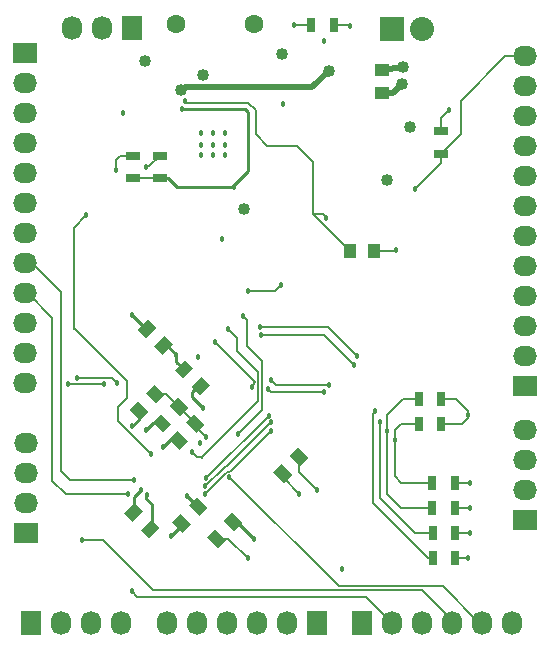
<source format=gbl>
G04 #@! TF.FileFunction,Copper,L4,Bot,Signal*
%FSLAX46Y46*%
G04 Gerber Fmt 4.6, Leading zero omitted, Abs format (unit mm)*
G04 Created by KiCad (PCBNEW 4.0.5) date Tuesday, June 20, 2017 'PMt' 03:43:36 PM*
%MOMM*%
%LPD*%
G01*
G04 APERTURE LIST*
%ADD10C,0.100000*%
%ADD11C,0.457200*%
%ADD12R,1.250000X1.000000*%
%ADD13R,1.000000X1.250000*%
%ADD14R,1.727200X2.032000*%
%ADD15O,1.727200X2.032000*%
%ADD16R,2.032000X1.727200*%
%ADD17O,2.032000X1.727200*%
%ADD18C,1.600000*%
%ADD19R,2.032000X2.032000*%
%ADD20O,2.032000X2.032000*%
%ADD21R,1.300000X0.700000*%
%ADD22R,0.700000X1.300000*%
%ADD23C,1.016000*%
%ADD24C,0.127000*%
%ADD25C,0.254000*%
%ADD26C,0.508000*%
G04 APERTURE END LIST*
D10*
D11*
X122936000Y-78867000D03*
X123952000Y-78867000D03*
X124968000Y-78867000D03*
X124968000Y-77978000D03*
X123952000Y-77978000D03*
X122936000Y-77978000D03*
X124968000Y-76962000D03*
X123952000Y-76962000D03*
D10*
G36*
X131215359Y-103592438D02*
X132099242Y-104476321D01*
X131392135Y-105183428D01*
X130508252Y-104299545D01*
X131215359Y-103592438D01*
X131215359Y-103592438D01*
G37*
G36*
X129801145Y-105006652D02*
X130685028Y-105890535D01*
X129977921Y-106597642D01*
X129094038Y-105713759D01*
X129801145Y-105006652D01*
X129801145Y-105006652D01*
G37*
G36*
X124369601Y-112104362D02*
X123485718Y-111220479D01*
X124192825Y-110513372D01*
X125076708Y-111397255D01*
X124369601Y-112104362D01*
X124369601Y-112104362D01*
G37*
G36*
X125783815Y-110690148D02*
X124899932Y-109806265D01*
X125607039Y-109099158D01*
X126490922Y-109983041D01*
X125783815Y-110690148D01*
X125783815Y-110690148D01*
G37*
G36*
X120618442Y-94862879D02*
X119734559Y-95746762D01*
X119027452Y-95039655D01*
X119911335Y-94155772D01*
X120618442Y-94862879D01*
X120618442Y-94862879D01*
G37*
G36*
X119204228Y-93448665D02*
X118320345Y-94332548D01*
X117613238Y-93625441D01*
X118497121Y-92741558D01*
X119204228Y-93448665D01*
X119204228Y-93448665D01*
G37*
G36*
X122660639Y-107798678D02*
X123544522Y-108682561D01*
X122837415Y-109389668D01*
X121953532Y-108505785D01*
X122660639Y-107798678D01*
X122660639Y-107798678D01*
G37*
G36*
X121246425Y-109212892D02*
X122130308Y-110096775D01*
X121423201Y-110803882D01*
X120539318Y-109919999D01*
X121246425Y-109212892D01*
X121246425Y-109212892D01*
G37*
G36*
X119490682Y-110407679D02*
X118606799Y-111291562D01*
X117899692Y-110584455D01*
X118783575Y-109700572D01*
X119490682Y-110407679D01*
X119490682Y-110407679D01*
G37*
G36*
X118076468Y-108993465D02*
X117192585Y-109877348D01*
X116485478Y-109170241D01*
X117369361Y-108286358D01*
X118076468Y-108993465D01*
X118076468Y-108993465D01*
G37*
G36*
X120742518Y-97059521D02*
X121626401Y-96175638D01*
X122333508Y-96882745D01*
X121449625Y-97766628D01*
X120742518Y-97059521D01*
X120742518Y-97059521D01*
G37*
G36*
X122156732Y-98473735D02*
X123040615Y-97589852D01*
X123747722Y-98296959D01*
X122863839Y-99180842D01*
X122156732Y-98473735D01*
X122156732Y-98473735D01*
G37*
G36*
X122396479Y-100767958D02*
X123280362Y-101651841D01*
X122573255Y-102358948D01*
X121689372Y-101475065D01*
X122396479Y-100767958D01*
X122396479Y-100767958D01*
G37*
G36*
X120982265Y-102182172D02*
X121866148Y-103066055D01*
X121159041Y-103773162D01*
X120275158Y-102889279D01*
X120982265Y-102182172D01*
X120982265Y-102182172D01*
G37*
D12*
X138303000Y-71603360D03*
X138303000Y-73603360D03*
D13*
X137575800Y-86995000D03*
X135575800Y-86995000D03*
D10*
G36*
X120994399Y-99345558D02*
X121878282Y-100229441D01*
X121171175Y-100936548D01*
X120287292Y-100052665D01*
X120994399Y-99345558D01*
X120994399Y-99345558D01*
G37*
G36*
X119580185Y-100759772D02*
X120464068Y-101643655D01*
X119756961Y-102350762D01*
X118873078Y-101466879D01*
X119580185Y-100759772D01*
X119580185Y-100759772D01*
G37*
D14*
X108585000Y-118414800D03*
D15*
X111125000Y-118414800D03*
X113665000Y-118414800D03*
X116205000Y-118414800D03*
D16*
X150368000Y-98425000D03*
D17*
X150368000Y-95885000D03*
X150368000Y-93345000D03*
X150368000Y-90805000D03*
X150368000Y-88265000D03*
X150368000Y-85725000D03*
X150368000Y-83185000D03*
X150368000Y-80645000D03*
X150368000Y-78105000D03*
X150368000Y-75565000D03*
X150368000Y-73025000D03*
X150368000Y-70485000D03*
D16*
X108077000Y-70231000D03*
D17*
X108077000Y-72771000D03*
X108077000Y-75311000D03*
X108077000Y-77851000D03*
X108077000Y-80391000D03*
X108077000Y-82931000D03*
X108077000Y-85471000D03*
X108077000Y-88011000D03*
X108077000Y-90551000D03*
X108077000Y-93091000D03*
X108077000Y-95631000D03*
X108077000Y-98171000D03*
D16*
X108127800Y-110820200D03*
D17*
X108127800Y-108280200D03*
X108127800Y-105740200D03*
X108127800Y-103200200D03*
D14*
X132816600Y-118414800D03*
D15*
X130276600Y-118414800D03*
X127736600Y-118414800D03*
X125196600Y-118414800D03*
X122656600Y-118414800D03*
X120116600Y-118414800D03*
D16*
X150368000Y-109702600D03*
D17*
X150368000Y-107162600D03*
X150368000Y-104622600D03*
X150368000Y-102082600D03*
D18*
X127429800Y-67782440D03*
X120829800Y-67782440D03*
D19*
X139115800Y-68173600D03*
D20*
X141655800Y-68173600D03*
D14*
X136575800Y-118414800D03*
D15*
X139115800Y-118414800D03*
X141655800Y-118414800D03*
X144195800Y-118414800D03*
X146735800Y-118414800D03*
X149275800Y-118414800D03*
D14*
X117094000Y-68072000D03*
D15*
X114554000Y-68072000D03*
X112014000Y-68072000D03*
D21*
X119476520Y-78877120D03*
X119476520Y-80777120D03*
X117210840Y-78892360D03*
X117210840Y-80792360D03*
D22*
X132298400Y-67843400D03*
X134198400Y-67843400D03*
X142549840Y-106563160D03*
X144449840Y-106563160D03*
X142549840Y-108686600D03*
X144449840Y-108686600D03*
X142580320Y-110840520D03*
X144480320Y-110840520D03*
X142580320Y-112989360D03*
X144480320Y-112989360D03*
X143301760Y-101635560D03*
X141401760Y-101635560D03*
X143286520Y-99512120D03*
X141386520Y-99512120D03*
D10*
G36*
X119023359Y-98268598D02*
X119907242Y-99152481D01*
X119200135Y-99859588D01*
X118316252Y-98975705D01*
X119023359Y-98268598D01*
X119023359Y-98268598D01*
G37*
G36*
X117609145Y-99682812D02*
X118493028Y-100566695D01*
X117785921Y-101273802D01*
X116902038Y-100389919D01*
X117609145Y-99682812D01*
X117609145Y-99682812D01*
G37*
D21*
X143281400Y-78737500D03*
X143281400Y-76837500D03*
D11*
X122936000Y-76962000D03*
X132831840Y-107167680D03*
X122890280Y-103251000D03*
X117165120Y-92374720D03*
X123134120Y-100243640D03*
X120406160Y-111109760D03*
X117861080Y-107193080D03*
X119771160Y-103581200D03*
X117170200Y-101798120D03*
X127487680Y-111333280D03*
X131307840Y-107553760D03*
X137744200Y-100528120D03*
X122682000Y-95961200D03*
X139496800Y-86893400D03*
X133426200Y-69138800D03*
D23*
X126644400Y-83413600D03*
X118262400Y-70866000D03*
X139954000Y-72847200D03*
X129844800Y-70307200D03*
X123169680Y-72069960D03*
D11*
X124739400Y-85923120D03*
X129905760Y-74472800D03*
X116326920Y-75270360D03*
D23*
X138684000Y-80954880D03*
D11*
X126918720Y-112938560D03*
X121787920Y-107706160D03*
X118424960Y-107589320D03*
X118303040Y-102118160D03*
X145618200Y-100868480D03*
X138109960Y-101422200D03*
X134950200Y-113858040D03*
X120853200Y-95745300D03*
X135585200Y-67868800D03*
D23*
X140665200Y-76454000D03*
D11*
X123428760Y-102702360D03*
D23*
X140106400Y-71374000D03*
X133771640Y-71688960D03*
X121315480Y-73370440D03*
D11*
X121386600Y-74955400D03*
X125780800Y-81508600D03*
X122189240Y-103992680D03*
X129753360Y-89799160D03*
X126959360Y-90357960D03*
X125227080Y-93543120D03*
X125374400Y-106108500D03*
X133553200Y-84124800D03*
X121640600Y-74269600D03*
X118313200Y-79806800D03*
X115798600Y-80111600D03*
X126121160Y-102428040D03*
X126568200Y-92481400D03*
X127254000Y-98450400D03*
X124129800Y-94640400D03*
X135900160Y-96616520D03*
X128076960Y-94081600D03*
X136210040Y-95890080D03*
X127939800Y-93431360D03*
X112928400Y-111442500D03*
X117119400Y-115785900D03*
X128864360Y-97871280D03*
X133771640Y-98298000D03*
X138750040Y-102179120D03*
X133421120Y-98902520D03*
X128635760Y-98602800D03*
X139364720Y-102930960D03*
X113258600Y-83921600D03*
X118755160Y-104124760D03*
X145740120Y-106588560D03*
X145775680Y-108691680D03*
X145775680Y-110845600D03*
X145613120Y-112989360D03*
X128930400Y-102184200D03*
X123310650Y-107537250D03*
X128905000Y-101473000D03*
X123329700Y-106870500D03*
X123380500Y-106210100D03*
X128689100Y-100901500D03*
X141084300Y-81724500D03*
X115849400Y-98094800D03*
X112483900Y-97701100D03*
X111709200Y-98196400D03*
X114782600Y-98183700D03*
X117259100Y-106324400D03*
X116789200Y-107569000D03*
X130810000Y-67843400D03*
X143941800Y-75044300D03*
D24*
X131303747Y-105639587D02*
X131303747Y-104387933D01*
X132831840Y-107167680D02*
X131303747Y-105639587D01*
X118408733Y-93537053D02*
X118327453Y-93537053D01*
D25*
X118327453Y-93537053D02*
X117165120Y-92374720D01*
D24*
X122952227Y-98385347D02*
X122731813Y-98385347D01*
D25*
X122731813Y-98385347D02*
X122234960Y-98882200D01*
X122234960Y-98882200D02*
X122234960Y-99344480D01*
X122234960Y-99344480D02*
X123134120Y-100243640D01*
D24*
X121334813Y-110008387D02*
X121334813Y-110181107D01*
D25*
X121334813Y-110181107D02*
X120406160Y-111109760D01*
X117861080Y-107193080D02*
X117280973Y-107773187D01*
X117280973Y-107773187D02*
X117280973Y-109081853D01*
X121070653Y-102977667D02*
X120374693Y-102977667D01*
X120374693Y-102977667D02*
X119771160Y-103581200D01*
X117697533Y-100478307D02*
X117697533Y-101270787D01*
X117697533Y-101270787D02*
X117170200Y-101798120D01*
D24*
X125695427Y-109894653D02*
X126049053Y-109894653D01*
D25*
X126049053Y-109894653D02*
X127487680Y-111333280D01*
D24*
X129889533Y-105802147D02*
X129889533Y-106135453D01*
X129889533Y-106135453D02*
X131307840Y-107553760D01*
X142580320Y-112989360D02*
X142158720Y-112989360D01*
X137495280Y-100777040D02*
X137744200Y-100528120D01*
X137495280Y-108325920D02*
X137495280Y-100777040D01*
X142158720Y-112989360D02*
X137495280Y-108325920D01*
X137575800Y-86995000D02*
X139395200Y-86995000D01*
X139395200Y-86995000D02*
X139496800Y-86893400D01*
D26*
X138303000Y-73603360D02*
X139197840Y-73603360D01*
X139197840Y-73603360D02*
X139954000Y-72847200D01*
D24*
X125289027Y-111308867D02*
X124281213Y-111308867D01*
X126918720Y-112938560D02*
X125289027Y-111308867D01*
X121538013Y-96971133D02*
X121497373Y-96971133D01*
D25*
X121497373Y-96971133D02*
X120853200Y-96326960D01*
X120853200Y-96326960D02*
X120853200Y-95745300D01*
D24*
X119822947Y-94951267D02*
X120059167Y-94951267D01*
D25*
X120059167Y-94951267D02*
X120853200Y-95745300D01*
X121787920Y-107706160D02*
X122675933Y-108594173D01*
D24*
X122675933Y-108594173D02*
X122749027Y-108594173D01*
X118695187Y-110496067D02*
X118695187Y-110326453D01*
X118695187Y-110326453D02*
X118790720Y-110230920D01*
D25*
X118790720Y-110230920D02*
X118790720Y-108412280D01*
X118790720Y-108412280D02*
X118333520Y-107955080D01*
X118333520Y-107955080D02*
X118333520Y-107680760D01*
X118333520Y-107680760D02*
X118424960Y-107589320D01*
X119668573Y-101555267D02*
X118865933Y-101555267D01*
X118865933Y-101555267D02*
X118303040Y-102118160D01*
D24*
X143301760Y-101635560D02*
X145069560Y-101635560D01*
X144602200Y-99512120D02*
X145618200Y-100528120D01*
X145618200Y-100528120D02*
X145618200Y-100868480D01*
X144602200Y-99512120D02*
X143286520Y-99512120D01*
X145618200Y-101086920D02*
X145618200Y-100868480D01*
X145069560Y-101635560D02*
X145618200Y-101086920D01*
X142580320Y-110840520D02*
X141071600Y-110840520D01*
X138109960Y-107878880D02*
X138109960Y-101422200D01*
X141071600Y-110840520D02*
X138109960Y-107878880D01*
X134198400Y-67843400D02*
X135559800Y-67843400D01*
X135559800Y-67843400D02*
X135585200Y-67868800D01*
X121082787Y-100141053D02*
X121082787Y-100161373D01*
X121082787Y-100161373D02*
X122484867Y-101563453D01*
X119111747Y-99064093D02*
X120005827Y-99064093D01*
X120005827Y-99064093D02*
X121082787Y-100141053D01*
X122484867Y-101563453D02*
X122484867Y-101758467D01*
X122484867Y-101758467D02*
X123428760Y-102702360D01*
X122484867Y-101543133D02*
X122484867Y-101563453D01*
D26*
X140085320Y-71395080D02*
X138303000Y-71603360D01*
X140106400Y-71374000D02*
X140085320Y-71395080D01*
X132394960Y-73065640D02*
X133771640Y-71688960D01*
X121620280Y-73065640D02*
X132394960Y-73065640D01*
X121315480Y-73370440D02*
X121620280Y-73065640D01*
D25*
X125780800Y-81508600D02*
X125780800Y-81407000D01*
X126720600Y-74955400D02*
X121386600Y-74955400D01*
X126974600Y-75209400D02*
X126720600Y-74955400D01*
X126974600Y-80213200D02*
X126974600Y-75209400D01*
X125780800Y-81407000D02*
X126974600Y-80213200D01*
X119476520Y-80777120D02*
X120172520Y-80777120D01*
X125755400Y-81534000D02*
X125780800Y-81508600D01*
X120929400Y-81534000D02*
X125755400Y-81534000D01*
X120172520Y-80777120D02*
X120929400Y-81534000D01*
D24*
X117210840Y-80792360D02*
X119461280Y-80792360D01*
X119461280Y-80792360D02*
X119476520Y-80777120D01*
X123068107Y-104439736D02*
X122636296Y-104439736D01*
X122636296Y-104439736D02*
X122189240Y-103992680D01*
X129753360Y-89799160D02*
X129194560Y-90357960D01*
X129194560Y-90357960D02*
X126959360Y-90357960D01*
X125227080Y-93543120D02*
X126039880Y-94355920D01*
X126039880Y-94355920D02*
X126039880Y-95392240D01*
X126039880Y-95392240D02*
X127828040Y-97180400D01*
X127828040Y-97180400D02*
X127828040Y-99689920D01*
X127828040Y-99689920D02*
X123068107Y-104439736D01*
X123068107Y-104439736D02*
X123047760Y-104460040D01*
X146735800Y-118414800D02*
X146532600Y-118414800D01*
X146532600Y-118414800D02*
X143446500Y-115328700D01*
X143446500Y-115328700D02*
X134645400Y-115328700D01*
X134645400Y-115328700D02*
X125374400Y-106108500D01*
X132435600Y-83854800D02*
X133283200Y-83854800D01*
X133283200Y-83854800D02*
X133553200Y-84124800D01*
X132435600Y-83854800D02*
X135575800Y-86995000D01*
X132435600Y-79400400D02*
X132435600Y-83854800D01*
X131089400Y-78054200D02*
X132435600Y-79400400D01*
X128600200Y-78054200D02*
X131089400Y-78054200D01*
X127609600Y-77063600D02*
X128600200Y-78054200D01*
X127609600Y-75057000D02*
X127609600Y-77063600D01*
X126949200Y-74396600D02*
X127609600Y-75057000D01*
X121767600Y-74396600D02*
X126949200Y-74396600D01*
X121640600Y-74269600D02*
X121767600Y-74396600D01*
X118313200Y-79806800D02*
X118287800Y-79781400D01*
X118287800Y-79781400D02*
X118572240Y-79781400D01*
X118572240Y-79781400D02*
X119476520Y-78877120D01*
X115798600Y-80111600D02*
X115773200Y-80086200D01*
X115773200Y-80086200D02*
X115773200Y-79273400D01*
X115773200Y-79273400D02*
X116154240Y-78892360D01*
X116154240Y-78892360D02*
X117210840Y-78892360D01*
X128132840Y-100416360D02*
X126121160Y-102428040D01*
X128132840Y-96250760D02*
X128132840Y-100416360D01*
X126847600Y-94965520D02*
X128132840Y-96250760D01*
X126847600Y-92760800D02*
X126847600Y-94965520D01*
X126568200Y-92481400D02*
X126847600Y-92760800D01*
X127406400Y-98298000D02*
X127254000Y-98450400D01*
X127520700Y-98031300D02*
X127406400Y-98298000D01*
X124129800Y-94640400D02*
X127520700Y-98031300D01*
X135900160Y-96616520D02*
X133365240Y-94081600D01*
X133365240Y-94081600D02*
X128076960Y-94081600D01*
X136210040Y-95890080D02*
X133751320Y-93431360D01*
X133751320Y-93431360D02*
X127939800Y-93431360D01*
X144195800Y-118414800D02*
X144195800Y-118173500D01*
X144195800Y-118173500D02*
X141706600Y-115684300D01*
X141706600Y-115684300D02*
X118922800Y-115684300D01*
X118922800Y-115684300D02*
X114681000Y-111442500D01*
X114681000Y-111442500D02*
X112928400Y-111442500D01*
X136931400Y-116230400D02*
X139115800Y-118414800D01*
X117563900Y-116230400D02*
X136931400Y-116230400D01*
X117119400Y-115785900D02*
X117563900Y-116230400D01*
X128864360Y-97871280D02*
X129291080Y-98298000D01*
X129291080Y-98298000D02*
X133771640Y-98298000D01*
X138750040Y-102179120D02*
X138750040Y-100812600D01*
X140050520Y-99512120D02*
X141386520Y-99512120D01*
X138750040Y-100812600D02*
X140050520Y-99512120D01*
X142549840Y-108686600D02*
X139867640Y-108686600D01*
X138750040Y-107569000D02*
X138750040Y-102179120D01*
X139867640Y-108686600D02*
X138750040Y-107569000D01*
X128935480Y-98902520D02*
X133421120Y-98902520D01*
X128635760Y-98602800D02*
X128935480Y-98902520D01*
X139364720Y-102930960D02*
X139364720Y-102133400D01*
X139862560Y-101635560D02*
X141401760Y-101635560D01*
X139364720Y-102133400D02*
X139862560Y-101635560D01*
X142549840Y-106563160D02*
X139893040Y-106563160D01*
X139364720Y-106034840D02*
X139364720Y-102930960D01*
X139893040Y-106563160D02*
X139364720Y-106034840D01*
X112207040Y-93543120D02*
X112318800Y-93543120D01*
X113258600Y-83921600D02*
X112207040Y-84973160D01*
X112207040Y-84973160D02*
X112207040Y-93543120D01*
X115956080Y-101325680D02*
X118755160Y-104124760D01*
X115956080Y-100157280D02*
X115956080Y-101325680D01*
X116723160Y-99390200D02*
X115956080Y-100157280D01*
X116723160Y-97947480D02*
X116723160Y-99390200D01*
X112318800Y-93543120D02*
X116723160Y-97947480D01*
X144449840Y-106563160D02*
X145714720Y-106563160D01*
X145714720Y-106563160D02*
X145740120Y-106588560D01*
X144449840Y-108686600D02*
X145770600Y-108686600D01*
X145770600Y-108686600D02*
X145775680Y-108691680D01*
X144480320Y-110840520D02*
X145770600Y-110840520D01*
X145770600Y-110840520D02*
X145775680Y-110845600D01*
X144480320Y-112989360D02*
X145613120Y-112989360D01*
X125539500Y-105575100D02*
X125101350Y-105746550D01*
X128930400Y-102184200D02*
X125539500Y-105575100D01*
X125101350Y-105746550D02*
X123310650Y-107537250D01*
X128905000Y-101473000D02*
X125260100Y-105117900D01*
X125260100Y-105117900D02*
X124891800Y-105308400D01*
X124891800Y-105308400D02*
X123329700Y-106870500D01*
X123380500Y-106210100D02*
X128689100Y-100901500D01*
X143281400Y-78737500D02*
X143281400Y-79527400D01*
X143281400Y-79527400D02*
X141084300Y-81724500D01*
X144957800Y-77061100D02*
X143281400Y-78737500D01*
X144957800Y-74231500D02*
X144957800Y-77061100D01*
X148704300Y-70485000D02*
X144957800Y-74231500D01*
X150368000Y-70485000D02*
X148704300Y-70485000D01*
X112496600Y-97713800D02*
X115468400Y-97713800D01*
X115468400Y-97713800D02*
X115849400Y-98094800D01*
X112483900Y-97701100D02*
X112496600Y-97713800D01*
X111721900Y-98183700D02*
X114782600Y-98183700D01*
X111709200Y-98196400D02*
X111721900Y-98183700D01*
X114769900Y-98171000D02*
X114782600Y-98183700D01*
X108077000Y-88011000D02*
X108635800Y-88011000D01*
X108635800Y-88011000D02*
X111086900Y-90462100D01*
X111086900Y-90462100D02*
X111086900Y-105549700D01*
X111086900Y-105549700D02*
X111861600Y-106324400D01*
X111861600Y-106324400D02*
X117259100Y-106324400D01*
X108077000Y-90551000D02*
X108305600Y-90551000D01*
X108305600Y-90551000D02*
X110388400Y-92633800D01*
X110388400Y-92633800D02*
X110388400Y-106426000D01*
X110388400Y-106426000D02*
X111531400Y-107569000D01*
X111531400Y-107569000D02*
X116789200Y-107569000D01*
X130810000Y-67843400D02*
X132298400Y-67843400D01*
X143281400Y-76837500D02*
X143281400Y-75704700D01*
X143281400Y-75704700D02*
X143941800Y-75044300D01*
M02*

</source>
